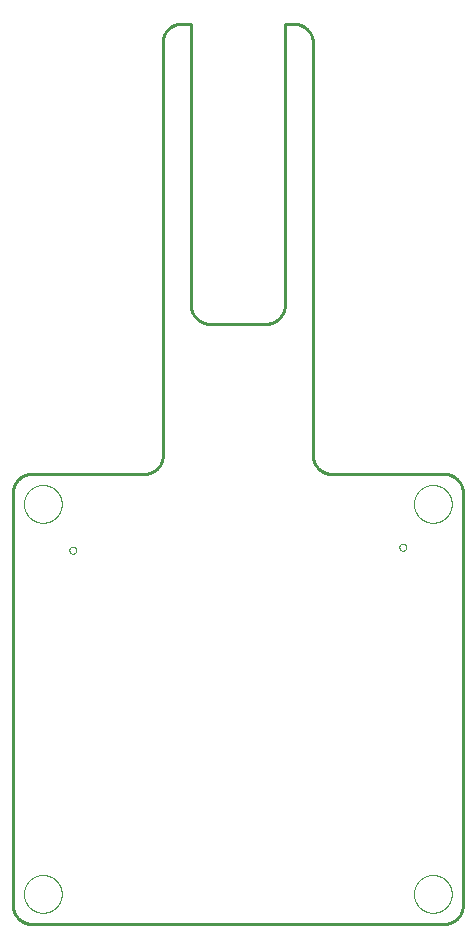
<source format=gko>
G75*
%MOIN*%
%OFA0B0*%
%FSLAX25Y25*%
%IPPOS*%
%LPD*%
%AMOC8*
5,1,8,0,0,1.08239X$1,22.5*
%
%ADD10C,0.01000*%
%ADD11C,0.00000*%
D10*
X0006250Y0000000D02*
X0143750Y0000000D01*
X0143906Y0000002D01*
X0144062Y0000008D01*
X0144217Y0000017D01*
X0144372Y0000031D01*
X0144527Y0000049D01*
X0144682Y0000070D01*
X0144835Y0000095D01*
X0144988Y0000124D01*
X0145141Y0000157D01*
X0145292Y0000193D01*
X0145443Y0000234D01*
X0145592Y0000278D01*
X0145741Y0000325D01*
X0145888Y0000377D01*
X0146033Y0000432D01*
X0146178Y0000491D01*
X0146321Y0000553D01*
X0146462Y0000619D01*
X0146601Y0000688D01*
X0146739Y0000761D01*
X0146875Y0000837D01*
X0147009Y0000917D01*
X0147141Y0001000D01*
X0147271Y0001086D01*
X0147398Y0001175D01*
X0147524Y0001268D01*
X0147647Y0001364D01*
X0147767Y0001462D01*
X0147886Y0001564D01*
X0148001Y0001668D01*
X0148114Y0001776D01*
X0148224Y0001886D01*
X0148332Y0001999D01*
X0148436Y0002114D01*
X0148538Y0002233D01*
X0148636Y0002353D01*
X0148732Y0002476D01*
X0148825Y0002602D01*
X0148914Y0002729D01*
X0149000Y0002859D01*
X0149083Y0002991D01*
X0149163Y0003125D01*
X0149239Y0003261D01*
X0149312Y0003399D01*
X0149381Y0003538D01*
X0149447Y0003679D01*
X0149509Y0003822D01*
X0149568Y0003967D01*
X0149623Y0004112D01*
X0149675Y0004259D01*
X0149722Y0004408D01*
X0149766Y0004557D01*
X0149807Y0004708D01*
X0149843Y0004859D01*
X0149876Y0005012D01*
X0149905Y0005165D01*
X0149930Y0005318D01*
X0149951Y0005473D01*
X0149969Y0005628D01*
X0149983Y0005783D01*
X0149992Y0005938D01*
X0149998Y0006094D01*
X0150000Y0006250D01*
X0150000Y0143750D01*
X0149998Y0143906D01*
X0149992Y0144062D01*
X0149983Y0144217D01*
X0149969Y0144372D01*
X0149951Y0144527D01*
X0149930Y0144682D01*
X0149905Y0144835D01*
X0149876Y0144988D01*
X0149843Y0145141D01*
X0149807Y0145292D01*
X0149766Y0145443D01*
X0149722Y0145592D01*
X0149675Y0145741D01*
X0149623Y0145888D01*
X0149568Y0146033D01*
X0149509Y0146178D01*
X0149447Y0146321D01*
X0149381Y0146462D01*
X0149312Y0146601D01*
X0149239Y0146739D01*
X0149163Y0146875D01*
X0149083Y0147009D01*
X0149000Y0147141D01*
X0148914Y0147271D01*
X0148825Y0147398D01*
X0148732Y0147524D01*
X0148636Y0147647D01*
X0148538Y0147767D01*
X0148436Y0147886D01*
X0148332Y0148001D01*
X0148224Y0148114D01*
X0148114Y0148224D01*
X0148001Y0148332D01*
X0147886Y0148436D01*
X0147767Y0148538D01*
X0147647Y0148636D01*
X0147524Y0148732D01*
X0147398Y0148825D01*
X0147271Y0148914D01*
X0147141Y0149000D01*
X0147009Y0149083D01*
X0146875Y0149163D01*
X0146739Y0149239D01*
X0146601Y0149312D01*
X0146462Y0149381D01*
X0146321Y0149447D01*
X0146178Y0149509D01*
X0146033Y0149568D01*
X0145888Y0149623D01*
X0145741Y0149675D01*
X0145592Y0149722D01*
X0145443Y0149766D01*
X0145292Y0149807D01*
X0145141Y0149843D01*
X0144988Y0149876D01*
X0144835Y0149905D01*
X0144682Y0149930D01*
X0144527Y0149951D01*
X0144372Y0149969D01*
X0144217Y0149983D01*
X0144062Y0149992D01*
X0143906Y0149998D01*
X0143750Y0150000D01*
X0106250Y0150000D01*
X0106094Y0150002D01*
X0105938Y0150008D01*
X0105783Y0150017D01*
X0105628Y0150031D01*
X0105473Y0150049D01*
X0105318Y0150070D01*
X0105165Y0150095D01*
X0105012Y0150124D01*
X0104859Y0150157D01*
X0104708Y0150193D01*
X0104557Y0150234D01*
X0104408Y0150278D01*
X0104259Y0150325D01*
X0104112Y0150377D01*
X0103967Y0150432D01*
X0103822Y0150491D01*
X0103679Y0150553D01*
X0103538Y0150619D01*
X0103399Y0150688D01*
X0103261Y0150761D01*
X0103125Y0150837D01*
X0102991Y0150917D01*
X0102859Y0151000D01*
X0102729Y0151086D01*
X0102602Y0151175D01*
X0102476Y0151268D01*
X0102353Y0151364D01*
X0102233Y0151462D01*
X0102114Y0151564D01*
X0101999Y0151668D01*
X0101886Y0151776D01*
X0101776Y0151886D01*
X0101668Y0151999D01*
X0101564Y0152114D01*
X0101462Y0152233D01*
X0101364Y0152353D01*
X0101268Y0152476D01*
X0101175Y0152602D01*
X0101086Y0152729D01*
X0101000Y0152859D01*
X0100917Y0152991D01*
X0100837Y0153125D01*
X0100761Y0153261D01*
X0100688Y0153399D01*
X0100619Y0153538D01*
X0100553Y0153679D01*
X0100491Y0153822D01*
X0100432Y0153967D01*
X0100377Y0154112D01*
X0100325Y0154259D01*
X0100278Y0154408D01*
X0100234Y0154557D01*
X0100193Y0154708D01*
X0100157Y0154859D01*
X0100124Y0155012D01*
X0100095Y0155165D01*
X0100070Y0155318D01*
X0100049Y0155473D01*
X0100031Y0155628D01*
X0100017Y0155783D01*
X0100008Y0155938D01*
X0100002Y0156094D01*
X0100000Y0156250D01*
X0100000Y0293750D01*
X0099998Y0293906D01*
X0099992Y0294062D01*
X0099983Y0294217D01*
X0099969Y0294372D01*
X0099951Y0294527D01*
X0099930Y0294682D01*
X0099905Y0294835D01*
X0099876Y0294988D01*
X0099843Y0295141D01*
X0099807Y0295292D01*
X0099766Y0295443D01*
X0099722Y0295592D01*
X0099675Y0295741D01*
X0099623Y0295888D01*
X0099568Y0296033D01*
X0099509Y0296178D01*
X0099447Y0296321D01*
X0099381Y0296462D01*
X0099312Y0296601D01*
X0099239Y0296739D01*
X0099163Y0296875D01*
X0099083Y0297009D01*
X0099000Y0297141D01*
X0098914Y0297271D01*
X0098825Y0297398D01*
X0098732Y0297524D01*
X0098636Y0297647D01*
X0098538Y0297767D01*
X0098436Y0297886D01*
X0098332Y0298001D01*
X0098224Y0298114D01*
X0098114Y0298224D01*
X0098001Y0298332D01*
X0097886Y0298436D01*
X0097767Y0298538D01*
X0097647Y0298636D01*
X0097524Y0298732D01*
X0097398Y0298825D01*
X0097271Y0298914D01*
X0097141Y0299000D01*
X0097009Y0299083D01*
X0096875Y0299163D01*
X0096739Y0299239D01*
X0096601Y0299312D01*
X0096462Y0299381D01*
X0096321Y0299447D01*
X0096178Y0299509D01*
X0096033Y0299568D01*
X0095888Y0299623D01*
X0095741Y0299675D01*
X0095592Y0299722D01*
X0095443Y0299766D01*
X0095292Y0299807D01*
X0095141Y0299843D01*
X0094988Y0299876D01*
X0094835Y0299905D01*
X0094682Y0299930D01*
X0094527Y0299951D01*
X0094372Y0299969D01*
X0094217Y0299983D01*
X0094062Y0299992D01*
X0093906Y0299998D01*
X0093750Y0300000D01*
X0090748Y0300000D01*
X0090748Y0206250D01*
X0090737Y0206090D01*
X0090723Y0205930D01*
X0090704Y0205771D01*
X0090681Y0205612D01*
X0090655Y0205454D01*
X0090625Y0205297D01*
X0090591Y0205140D01*
X0090553Y0204984D01*
X0090512Y0204829D01*
X0090466Y0204675D01*
X0090418Y0204523D01*
X0090365Y0204371D01*
X0090309Y0204221D01*
X0090249Y0204072D01*
X0090185Y0203925D01*
X0090118Y0203780D01*
X0090048Y0203636D01*
X0089974Y0203493D01*
X0089897Y0203353D01*
X0089816Y0203214D01*
X0089732Y0203078D01*
X0089644Y0202943D01*
X0089554Y0202811D01*
X0089460Y0202681D01*
X0089363Y0202553D01*
X0089263Y0202428D01*
X0089161Y0202305D01*
X0089055Y0202184D01*
X0088946Y0202066D01*
X0088834Y0201951D01*
X0088720Y0201839D01*
X0088603Y0201729D01*
X0088484Y0201622D01*
X0088361Y0201518D01*
X0088237Y0201417D01*
X0088110Y0201320D01*
X0087981Y0201225D01*
X0087849Y0201133D01*
X0087715Y0201045D01*
X0087579Y0200960D01*
X0087441Y0200878D01*
X0087302Y0200799D01*
X0087160Y0200724D01*
X0087016Y0200653D01*
X0086871Y0200585D01*
X0086725Y0200520D01*
X0086576Y0200459D01*
X0086427Y0200401D01*
X0086276Y0200348D01*
X0086123Y0200297D01*
X0085970Y0200251D01*
X0085815Y0200208D01*
X0085660Y0200169D01*
X0085503Y0200134D01*
X0085346Y0200103D01*
X0085188Y0200075D01*
X0085030Y0200051D01*
X0084871Y0200031D01*
X0084711Y0200015D01*
X0084551Y0200003D01*
X0084391Y0199994D01*
X0084231Y0199990D01*
X0084070Y0199989D01*
X0083910Y0199992D01*
X0083750Y0200000D01*
X0066250Y0200000D01*
X0066090Y0199992D01*
X0065930Y0199989D01*
X0065769Y0199990D01*
X0065609Y0199994D01*
X0065449Y0200003D01*
X0065289Y0200015D01*
X0065129Y0200031D01*
X0064970Y0200051D01*
X0064812Y0200075D01*
X0064654Y0200103D01*
X0064497Y0200134D01*
X0064340Y0200169D01*
X0064185Y0200208D01*
X0064030Y0200251D01*
X0063877Y0200297D01*
X0063724Y0200348D01*
X0063573Y0200401D01*
X0063424Y0200459D01*
X0063275Y0200520D01*
X0063129Y0200585D01*
X0062984Y0200653D01*
X0062840Y0200724D01*
X0062698Y0200799D01*
X0062559Y0200878D01*
X0062421Y0200960D01*
X0062285Y0201045D01*
X0062151Y0201133D01*
X0062019Y0201225D01*
X0061890Y0201320D01*
X0061763Y0201417D01*
X0061639Y0201518D01*
X0061516Y0201622D01*
X0061397Y0201729D01*
X0061280Y0201839D01*
X0061166Y0201951D01*
X0061054Y0202066D01*
X0060945Y0202184D01*
X0060839Y0202305D01*
X0060737Y0202428D01*
X0060637Y0202553D01*
X0060540Y0202681D01*
X0060446Y0202811D01*
X0060356Y0202943D01*
X0060268Y0203078D01*
X0060184Y0203214D01*
X0060103Y0203353D01*
X0060026Y0203493D01*
X0059952Y0203636D01*
X0059882Y0203780D01*
X0059815Y0203925D01*
X0059751Y0204072D01*
X0059691Y0204221D01*
X0059635Y0204371D01*
X0059582Y0204523D01*
X0059534Y0204675D01*
X0059488Y0204829D01*
X0059447Y0204984D01*
X0059409Y0205140D01*
X0059375Y0205297D01*
X0059345Y0205454D01*
X0059319Y0205612D01*
X0059296Y0205771D01*
X0059277Y0205930D01*
X0059263Y0206090D01*
X0059252Y0206250D01*
X0059252Y0300000D01*
X0056000Y0300000D01*
X0055848Y0299998D01*
X0055696Y0299992D01*
X0055544Y0299983D01*
X0055393Y0299969D01*
X0055242Y0299952D01*
X0055091Y0299931D01*
X0054941Y0299906D01*
X0054792Y0299877D01*
X0054644Y0299845D01*
X0054496Y0299808D01*
X0054349Y0299769D01*
X0054204Y0299725D01*
X0054059Y0299677D01*
X0053916Y0299627D01*
X0053774Y0299572D01*
X0053634Y0299514D01*
X0053495Y0299452D01*
X0053358Y0299387D01*
X0053222Y0299318D01*
X0053088Y0299246D01*
X0052956Y0299171D01*
X0052826Y0299092D01*
X0052698Y0299010D01*
X0052572Y0298925D01*
X0052449Y0298836D01*
X0052327Y0298745D01*
X0052208Y0298650D01*
X0052092Y0298553D01*
X0051978Y0298452D01*
X0051866Y0298349D01*
X0051757Y0298243D01*
X0051651Y0298134D01*
X0051548Y0298022D01*
X0051447Y0297908D01*
X0051350Y0297792D01*
X0051255Y0297673D01*
X0051164Y0297551D01*
X0051075Y0297428D01*
X0050990Y0297302D01*
X0050908Y0297174D01*
X0050829Y0297044D01*
X0050754Y0296912D01*
X0050682Y0296778D01*
X0050613Y0296642D01*
X0050548Y0296505D01*
X0050486Y0296366D01*
X0050428Y0296226D01*
X0050373Y0296084D01*
X0050323Y0295941D01*
X0050275Y0295796D01*
X0050231Y0295651D01*
X0050192Y0295504D01*
X0050155Y0295356D01*
X0050123Y0295208D01*
X0050094Y0295059D01*
X0050069Y0294909D01*
X0050048Y0294758D01*
X0050031Y0294607D01*
X0050017Y0294456D01*
X0050008Y0294304D01*
X0050002Y0294152D01*
X0050000Y0294000D01*
X0050000Y0156250D01*
X0049998Y0156094D01*
X0049992Y0155938D01*
X0049983Y0155783D01*
X0049969Y0155628D01*
X0049951Y0155473D01*
X0049930Y0155318D01*
X0049905Y0155165D01*
X0049876Y0155012D01*
X0049843Y0154859D01*
X0049807Y0154708D01*
X0049766Y0154557D01*
X0049722Y0154408D01*
X0049675Y0154259D01*
X0049623Y0154112D01*
X0049568Y0153967D01*
X0049509Y0153822D01*
X0049447Y0153679D01*
X0049381Y0153538D01*
X0049312Y0153399D01*
X0049239Y0153261D01*
X0049163Y0153125D01*
X0049083Y0152991D01*
X0049000Y0152859D01*
X0048914Y0152729D01*
X0048825Y0152602D01*
X0048732Y0152476D01*
X0048636Y0152353D01*
X0048538Y0152233D01*
X0048436Y0152114D01*
X0048332Y0151999D01*
X0048224Y0151886D01*
X0048114Y0151776D01*
X0048001Y0151668D01*
X0047886Y0151564D01*
X0047767Y0151462D01*
X0047647Y0151364D01*
X0047524Y0151268D01*
X0047398Y0151175D01*
X0047271Y0151086D01*
X0047141Y0151000D01*
X0047009Y0150917D01*
X0046875Y0150837D01*
X0046739Y0150761D01*
X0046601Y0150688D01*
X0046462Y0150619D01*
X0046321Y0150553D01*
X0046178Y0150491D01*
X0046033Y0150432D01*
X0045888Y0150377D01*
X0045741Y0150325D01*
X0045592Y0150278D01*
X0045443Y0150234D01*
X0045292Y0150193D01*
X0045141Y0150157D01*
X0044988Y0150124D01*
X0044835Y0150095D01*
X0044682Y0150070D01*
X0044527Y0150049D01*
X0044372Y0150031D01*
X0044217Y0150017D01*
X0044062Y0150008D01*
X0043906Y0150002D01*
X0043750Y0150000D01*
X0006250Y0150000D01*
X0006094Y0149998D01*
X0005938Y0149992D01*
X0005783Y0149983D01*
X0005628Y0149969D01*
X0005473Y0149951D01*
X0005318Y0149930D01*
X0005165Y0149905D01*
X0005012Y0149876D01*
X0004859Y0149843D01*
X0004708Y0149807D01*
X0004557Y0149766D01*
X0004408Y0149722D01*
X0004259Y0149675D01*
X0004112Y0149623D01*
X0003967Y0149568D01*
X0003822Y0149509D01*
X0003679Y0149447D01*
X0003538Y0149381D01*
X0003399Y0149312D01*
X0003261Y0149239D01*
X0003125Y0149163D01*
X0002991Y0149083D01*
X0002859Y0149000D01*
X0002729Y0148914D01*
X0002602Y0148825D01*
X0002476Y0148732D01*
X0002353Y0148636D01*
X0002233Y0148538D01*
X0002114Y0148436D01*
X0001999Y0148332D01*
X0001886Y0148224D01*
X0001776Y0148114D01*
X0001668Y0148001D01*
X0001564Y0147886D01*
X0001462Y0147767D01*
X0001364Y0147647D01*
X0001268Y0147524D01*
X0001175Y0147398D01*
X0001086Y0147271D01*
X0001000Y0147141D01*
X0000917Y0147009D01*
X0000837Y0146875D01*
X0000761Y0146739D01*
X0000688Y0146601D01*
X0000619Y0146462D01*
X0000553Y0146321D01*
X0000491Y0146178D01*
X0000432Y0146033D01*
X0000377Y0145888D01*
X0000325Y0145741D01*
X0000278Y0145592D01*
X0000234Y0145443D01*
X0000193Y0145292D01*
X0000157Y0145141D01*
X0000124Y0144988D01*
X0000095Y0144835D01*
X0000070Y0144682D01*
X0000049Y0144527D01*
X0000031Y0144372D01*
X0000017Y0144217D01*
X0000008Y0144062D01*
X0000002Y0143906D01*
X0000000Y0143750D01*
X0000000Y0006250D01*
X0000002Y0006094D01*
X0000008Y0005938D01*
X0000017Y0005783D01*
X0000031Y0005628D01*
X0000049Y0005473D01*
X0000070Y0005318D01*
X0000095Y0005165D01*
X0000124Y0005012D01*
X0000157Y0004859D01*
X0000193Y0004708D01*
X0000234Y0004557D01*
X0000278Y0004408D01*
X0000325Y0004259D01*
X0000377Y0004112D01*
X0000432Y0003967D01*
X0000491Y0003822D01*
X0000553Y0003679D01*
X0000619Y0003538D01*
X0000688Y0003399D01*
X0000761Y0003261D01*
X0000837Y0003125D01*
X0000917Y0002991D01*
X0001000Y0002859D01*
X0001086Y0002729D01*
X0001175Y0002602D01*
X0001268Y0002476D01*
X0001364Y0002353D01*
X0001462Y0002233D01*
X0001564Y0002114D01*
X0001668Y0001999D01*
X0001776Y0001886D01*
X0001886Y0001776D01*
X0001999Y0001668D01*
X0002114Y0001564D01*
X0002233Y0001462D01*
X0002353Y0001364D01*
X0002476Y0001268D01*
X0002602Y0001175D01*
X0002729Y0001086D01*
X0002859Y0001000D01*
X0002991Y0000917D01*
X0003125Y0000837D01*
X0003261Y0000761D01*
X0003399Y0000688D01*
X0003538Y0000619D01*
X0003679Y0000553D01*
X0003822Y0000491D01*
X0003967Y0000432D01*
X0004112Y0000377D01*
X0004259Y0000325D01*
X0004408Y0000278D01*
X0004557Y0000234D01*
X0004708Y0000193D01*
X0004859Y0000157D01*
X0005012Y0000124D01*
X0005165Y0000095D01*
X0005318Y0000070D01*
X0005473Y0000049D01*
X0005628Y0000031D01*
X0005783Y0000017D01*
X0005938Y0000008D01*
X0006094Y0000002D01*
X0006250Y0000000D01*
D11*
X0003701Y0010000D02*
X0003703Y0010158D01*
X0003709Y0010316D01*
X0003719Y0010474D01*
X0003733Y0010632D01*
X0003751Y0010789D01*
X0003772Y0010946D01*
X0003798Y0011102D01*
X0003828Y0011258D01*
X0003861Y0011413D01*
X0003899Y0011566D01*
X0003940Y0011719D01*
X0003985Y0011871D01*
X0004034Y0012022D01*
X0004087Y0012171D01*
X0004143Y0012319D01*
X0004203Y0012465D01*
X0004267Y0012610D01*
X0004335Y0012753D01*
X0004406Y0012895D01*
X0004480Y0013035D01*
X0004558Y0013172D01*
X0004640Y0013308D01*
X0004724Y0013442D01*
X0004813Y0013573D01*
X0004904Y0013702D01*
X0004999Y0013829D01*
X0005096Y0013954D01*
X0005197Y0014076D01*
X0005301Y0014195D01*
X0005408Y0014312D01*
X0005518Y0014426D01*
X0005631Y0014537D01*
X0005746Y0014646D01*
X0005864Y0014751D01*
X0005985Y0014853D01*
X0006108Y0014953D01*
X0006234Y0015049D01*
X0006362Y0015142D01*
X0006492Y0015232D01*
X0006625Y0015318D01*
X0006760Y0015402D01*
X0006896Y0015481D01*
X0007035Y0015558D01*
X0007176Y0015630D01*
X0007318Y0015700D01*
X0007462Y0015765D01*
X0007608Y0015827D01*
X0007755Y0015885D01*
X0007904Y0015940D01*
X0008054Y0015991D01*
X0008205Y0016038D01*
X0008357Y0016081D01*
X0008510Y0016120D01*
X0008665Y0016156D01*
X0008820Y0016187D01*
X0008976Y0016215D01*
X0009132Y0016239D01*
X0009289Y0016259D01*
X0009447Y0016275D01*
X0009604Y0016287D01*
X0009763Y0016295D01*
X0009921Y0016299D01*
X0010079Y0016299D01*
X0010237Y0016295D01*
X0010396Y0016287D01*
X0010553Y0016275D01*
X0010711Y0016259D01*
X0010868Y0016239D01*
X0011024Y0016215D01*
X0011180Y0016187D01*
X0011335Y0016156D01*
X0011490Y0016120D01*
X0011643Y0016081D01*
X0011795Y0016038D01*
X0011946Y0015991D01*
X0012096Y0015940D01*
X0012245Y0015885D01*
X0012392Y0015827D01*
X0012538Y0015765D01*
X0012682Y0015700D01*
X0012824Y0015630D01*
X0012965Y0015558D01*
X0013104Y0015481D01*
X0013240Y0015402D01*
X0013375Y0015318D01*
X0013508Y0015232D01*
X0013638Y0015142D01*
X0013766Y0015049D01*
X0013892Y0014953D01*
X0014015Y0014853D01*
X0014136Y0014751D01*
X0014254Y0014646D01*
X0014369Y0014537D01*
X0014482Y0014426D01*
X0014592Y0014312D01*
X0014699Y0014195D01*
X0014803Y0014076D01*
X0014904Y0013954D01*
X0015001Y0013829D01*
X0015096Y0013702D01*
X0015187Y0013573D01*
X0015276Y0013442D01*
X0015360Y0013308D01*
X0015442Y0013172D01*
X0015520Y0013035D01*
X0015594Y0012895D01*
X0015665Y0012753D01*
X0015733Y0012610D01*
X0015797Y0012465D01*
X0015857Y0012319D01*
X0015913Y0012171D01*
X0015966Y0012022D01*
X0016015Y0011871D01*
X0016060Y0011719D01*
X0016101Y0011566D01*
X0016139Y0011413D01*
X0016172Y0011258D01*
X0016202Y0011102D01*
X0016228Y0010946D01*
X0016249Y0010789D01*
X0016267Y0010632D01*
X0016281Y0010474D01*
X0016291Y0010316D01*
X0016297Y0010158D01*
X0016299Y0010000D01*
X0016297Y0009842D01*
X0016291Y0009684D01*
X0016281Y0009526D01*
X0016267Y0009368D01*
X0016249Y0009211D01*
X0016228Y0009054D01*
X0016202Y0008898D01*
X0016172Y0008742D01*
X0016139Y0008587D01*
X0016101Y0008434D01*
X0016060Y0008281D01*
X0016015Y0008129D01*
X0015966Y0007978D01*
X0015913Y0007829D01*
X0015857Y0007681D01*
X0015797Y0007535D01*
X0015733Y0007390D01*
X0015665Y0007247D01*
X0015594Y0007105D01*
X0015520Y0006965D01*
X0015442Y0006828D01*
X0015360Y0006692D01*
X0015276Y0006558D01*
X0015187Y0006427D01*
X0015096Y0006298D01*
X0015001Y0006171D01*
X0014904Y0006046D01*
X0014803Y0005924D01*
X0014699Y0005805D01*
X0014592Y0005688D01*
X0014482Y0005574D01*
X0014369Y0005463D01*
X0014254Y0005354D01*
X0014136Y0005249D01*
X0014015Y0005147D01*
X0013892Y0005047D01*
X0013766Y0004951D01*
X0013638Y0004858D01*
X0013508Y0004768D01*
X0013375Y0004682D01*
X0013240Y0004598D01*
X0013104Y0004519D01*
X0012965Y0004442D01*
X0012824Y0004370D01*
X0012682Y0004300D01*
X0012538Y0004235D01*
X0012392Y0004173D01*
X0012245Y0004115D01*
X0012096Y0004060D01*
X0011946Y0004009D01*
X0011795Y0003962D01*
X0011643Y0003919D01*
X0011490Y0003880D01*
X0011335Y0003844D01*
X0011180Y0003813D01*
X0011024Y0003785D01*
X0010868Y0003761D01*
X0010711Y0003741D01*
X0010553Y0003725D01*
X0010396Y0003713D01*
X0010237Y0003705D01*
X0010079Y0003701D01*
X0009921Y0003701D01*
X0009763Y0003705D01*
X0009604Y0003713D01*
X0009447Y0003725D01*
X0009289Y0003741D01*
X0009132Y0003761D01*
X0008976Y0003785D01*
X0008820Y0003813D01*
X0008665Y0003844D01*
X0008510Y0003880D01*
X0008357Y0003919D01*
X0008205Y0003962D01*
X0008054Y0004009D01*
X0007904Y0004060D01*
X0007755Y0004115D01*
X0007608Y0004173D01*
X0007462Y0004235D01*
X0007318Y0004300D01*
X0007176Y0004370D01*
X0007035Y0004442D01*
X0006896Y0004519D01*
X0006760Y0004598D01*
X0006625Y0004682D01*
X0006492Y0004768D01*
X0006362Y0004858D01*
X0006234Y0004951D01*
X0006108Y0005047D01*
X0005985Y0005147D01*
X0005864Y0005249D01*
X0005746Y0005354D01*
X0005631Y0005463D01*
X0005518Y0005574D01*
X0005408Y0005688D01*
X0005301Y0005805D01*
X0005197Y0005924D01*
X0005096Y0006046D01*
X0004999Y0006171D01*
X0004904Y0006298D01*
X0004813Y0006427D01*
X0004724Y0006558D01*
X0004640Y0006692D01*
X0004558Y0006828D01*
X0004480Y0006965D01*
X0004406Y0007105D01*
X0004335Y0007247D01*
X0004267Y0007390D01*
X0004203Y0007535D01*
X0004143Y0007681D01*
X0004087Y0007829D01*
X0004034Y0007978D01*
X0003985Y0008129D01*
X0003940Y0008281D01*
X0003899Y0008434D01*
X0003861Y0008587D01*
X0003828Y0008742D01*
X0003798Y0008898D01*
X0003772Y0009054D01*
X0003751Y0009211D01*
X0003733Y0009368D01*
X0003719Y0009526D01*
X0003709Y0009684D01*
X0003703Y0009842D01*
X0003701Y0010000D01*
X0133701Y0010000D02*
X0133703Y0010158D01*
X0133709Y0010316D01*
X0133719Y0010474D01*
X0133733Y0010632D01*
X0133751Y0010789D01*
X0133772Y0010946D01*
X0133798Y0011102D01*
X0133828Y0011258D01*
X0133861Y0011413D01*
X0133899Y0011566D01*
X0133940Y0011719D01*
X0133985Y0011871D01*
X0134034Y0012022D01*
X0134087Y0012171D01*
X0134143Y0012319D01*
X0134203Y0012465D01*
X0134267Y0012610D01*
X0134335Y0012753D01*
X0134406Y0012895D01*
X0134480Y0013035D01*
X0134558Y0013172D01*
X0134640Y0013308D01*
X0134724Y0013442D01*
X0134813Y0013573D01*
X0134904Y0013702D01*
X0134999Y0013829D01*
X0135096Y0013954D01*
X0135197Y0014076D01*
X0135301Y0014195D01*
X0135408Y0014312D01*
X0135518Y0014426D01*
X0135631Y0014537D01*
X0135746Y0014646D01*
X0135864Y0014751D01*
X0135985Y0014853D01*
X0136108Y0014953D01*
X0136234Y0015049D01*
X0136362Y0015142D01*
X0136492Y0015232D01*
X0136625Y0015318D01*
X0136760Y0015402D01*
X0136896Y0015481D01*
X0137035Y0015558D01*
X0137176Y0015630D01*
X0137318Y0015700D01*
X0137462Y0015765D01*
X0137608Y0015827D01*
X0137755Y0015885D01*
X0137904Y0015940D01*
X0138054Y0015991D01*
X0138205Y0016038D01*
X0138357Y0016081D01*
X0138510Y0016120D01*
X0138665Y0016156D01*
X0138820Y0016187D01*
X0138976Y0016215D01*
X0139132Y0016239D01*
X0139289Y0016259D01*
X0139447Y0016275D01*
X0139604Y0016287D01*
X0139763Y0016295D01*
X0139921Y0016299D01*
X0140079Y0016299D01*
X0140237Y0016295D01*
X0140396Y0016287D01*
X0140553Y0016275D01*
X0140711Y0016259D01*
X0140868Y0016239D01*
X0141024Y0016215D01*
X0141180Y0016187D01*
X0141335Y0016156D01*
X0141490Y0016120D01*
X0141643Y0016081D01*
X0141795Y0016038D01*
X0141946Y0015991D01*
X0142096Y0015940D01*
X0142245Y0015885D01*
X0142392Y0015827D01*
X0142538Y0015765D01*
X0142682Y0015700D01*
X0142824Y0015630D01*
X0142965Y0015558D01*
X0143104Y0015481D01*
X0143240Y0015402D01*
X0143375Y0015318D01*
X0143508Y0015232D01*
X0143638Y0015142D01*
X0143766Y0015049D01*
X0143892Y0014953D01*
X0144015Y0014853D01*
X0144136Y0014751D01*
X0144254Y0014646D01*
X0144369Y0014537D01*
X0144482Y0014426D01*
X0144592Y0014312D01*
X0144699Y0014195D01*
X0144803Y0014076D01*
X0144904Y0013954D01*
X0145001Y0013829D01*
X0145096Y0013702D01*
X0145187Y0013573D01*
X0145276Y0013442D01*
X0145360Y0013308D01*
X0145442Y0013172D01*
X0145520Y0013035D01*
X0145594Y0012895D01*
X0145665Y0012753D01*
X0145733Y0012610D01*
X0145797Y0012465D01*
X0145857Y0012319D01*
X0145913Y0012171D01*
X0145966Y0012022D01*
X0146015Y0011871D01*
X0146060Y0011719D01*
X0146101Y0011566D01*
X0146139Y0011413D01*
X0146172Y0011258D01*
X0146202Y0011102D01*
X0146228Y0010946D01*
X0146249Y0010789D01*
X0146267Y0010632D01*
X0146281Y0010474D01*
X0146291Y0010316D01*
X0146297Y0010158D01*
X0146299Y0010000D01*
X0146297Y0009842D01*
X0146291Y0009684D01*
X0146281Y0009526D01*
X0146267Y0009368D01*
X0146249Y0009211D01*
X0146228Y0009054D01*
X0146202Y0008898D01*
X0146172Y0008742D01*
X0146139Y0008587D01*
X0146101Y0008434D01*
X0146060Y0008281D01*
X0146015Y0008129D01*
X0145966Y0007978D01*
X0145913Y0007829D01*
X0145857Y0007681D01*
X0145797Y0007535D01*
X0145733Y0007390D01*
X0145665Y0007247D01*
X0145594Y0007105D01*
X0145520Y0006965D01*
X0145442Y0006828D01*
X0145360Y0006692D01*
X0145276Y0006558D01*
X0145187Y0006427D01*
X0145096Y0006298D01*
X0145001Y0006171D01*
X0144904Y0006046D01*
X0144803Y0005924D01*
X0144699Y0005805D01*
X0144592Y0005688D01*
X0144482Y0005574D01*
X0144369Y0005463D01*
X0144254Y0005354D01*
X0144136Y0005249D01*
X0144015Y0005147D01*
X0143892Y0005047D01*
X0143766Y0004951D01*
X0143638Y0004858D01*
X0143508Y0004768D01*
X0143375Y0004682D01*
X0143240Y0004598D01*
X0143104Y0004519D01*
X0142965Y0004442D01*
X0142824Y0004370D01*
X0142682Y0004300D01*
X0142538Y0004235D01*
X0142392Y0004173D01*
X0142245Y0004115D01*
X0142096Y0004060D01*
X0141946Y0004009D01*
X0141795Y0003962D01*
X0141643Y0003919D01*
X0141490Y0003880D01*
X0141335Y0003844D01*
X0141180Y0003813D01*
X0141024Y0003785D01*
X0140868Y0003761D01*
X0140711Y0003741D01*
X0140553Y0003725D01*
X0140396Y0003713D01*
X0140237Y0003705D01*
X0140079Y0003701D01*
X0139921Y0003701D01*
X0139763Y0003705D01*
X0139604Y0003713D01*
X0139447Y0003725D01*
X0139289Y0003741D01*
X0139132Y0003761D01*
X0138976Y0003785D01*
X0138820Y0003813D01*
X0138665Y0003844D01*
X0138510Y0003880D01*
X0138357Y0003919D01*
X0138205Y0003962D01*
X0138054Y0004009D01*
X0137904Y0004060D01*
X0137755Y0004115D01*
X0137608Y0004173D01*
X0137462Y0004235D01*
X0137318Y0004300D01*
X0137176Y0004370D01*
X0137035Y0004442D01*
X0136896Y0004519D01*
X0136760Y0004598D01*
X0136625Y0004682D01*
X0136492Y0004768D01*
X0136362Y0004858D01*
X0136234Y0004951D01*
X0136108Y0005047D01*
X0135985Y0005147D01*
X0135864Y0005249D01*
X0135746Y0005354D01*
X0135631Y0005463D01*
X0135518Y0005574D01*
X0135408Y0005688D01*
X0135301Y0005805D01*
X0135197Y0005924D01*
X0135096Y0006046D01*
X0134999Y0006171D01*
X0134904Y0006298D01*
X0134813Y0006427D01*
X0134724Y0006558D01*
X0134640Y0006692D01*
X0134558Y0006828D01*
X0134480Y0006965D01*
X0134406Y0007105D01*
X0134335Y0007247D01*
X0134267Y0007390D01*
X0134203Y0007535D01*
X0134143Y0007681D01*
X0134087Y0007829D01*
X0134034Y0007978D01*
X0133985Y0008129D01*
X0133940Y0008281D01*
X0133899Y0008434D01*
X0133861Y0008587D01*
X0133828Y0008742D01*
X0133798Y0008898D01*
X0133772Y0009054D01*
X0133751Y0009211D01*
X0133733Y0009368D01*
X0133719Y0009526D01*
X0133709Y0009684D01*
X0133703Y0009842D01*
X0133701Y0010000D01*
X0133701Y0140000D02*
X0133703Y0140158D01*
X0133709Y0140316D01*
X0133719Y0140474D01*
X0133733Y0140632D01*
X0133751Y0140789D01*
X0133772Y0140946D01*
X0133798Y0141102D01*
X0133828Y0141258D01*
X0133861Y0141413D01*
X0133899Y0141566D01*
X0133940Y0141719D01*
X0133985Y0141871D01*
X0134034Y0142022D01*
X0134087Y0142171D01*
X0134143Y0142319D01*
X0134203Y0142465D01*
X0134267Y0142610D01*
X0134335Y0142753D01*
X0134406Y0142895D01*
X0134480Y0143035D01*
X0134558Y0143172D01*
X0134640Y0143308D01*
X0134724Y0143442D01*
X0134813Y0143573D01*
X0134904Y0143702D01*
X0134999Y0143829D01*
X0135096Y0143954D01*
X0135197Y0144076D01*
X0135301Y0144195D01*
X0135408Y0144312D01*
X0135518Y0144426D01*
X0135631Y0144537D01*
X0135746Y0144646D01*
X0135864Y0144751D01*
X0135985Y0144853D01*
X0136108Y0144953D01*
X0136234Y0145049D01*
X0136362Y0145142D01*
X0136492Y0145232D01*
X0136625Y0145318D01*
X0136760Y0145402D01*
X0136896Y0145481D01*
X0137035Y0145558D01*
X0137176Y0145630D01*
X0137318Y0145700D01*
X0137462Y0145765D01*
X0137608Y0145827D01*
X0137755Y0145885D01*
X0137904Y0145940D01*
X0138054Y0145991D01*
X0138205Y0146038D01*
X0138357Y0146081D01*
X0138510Y0146120D01*
X0138665Y0146156D01*
X0138820Y0146187D01*
X0138976Y0146215D01*
X0139132Y0146239D01*
X0139289Y0146259D01*
X0139447Y0146275D01*
X0139604Y0146287D01*
X0139763Y0146295D01*
X0139921Y0146299D01*
X0140079Y0146299D01*
X0140237Y0146295D01*
X0140396Y0146287D01*
X0140553Y0146275D01*
X0140711Y0146259D01*
X0140868Y0146239D01*
X0141024Y0146215D01*
X0141180Y0146187D01*
X0141335Y0146156D01*
X0141490Y0146120D01*
X0141643Y0146081D01*
X0141795Y0146038D01*
X0141946Y0145991D01*
X0142096Y0145940D01*
X0142245Y0145885D01*
X0142392Y0145827D01*
X0142538Y0145765D01*
X0142682Y0145700D01*
X0142824Y0145630D01*
X0142965Y0145558D01*
X0143104Y0145481D01*
X0143240Y0145402D01*
X0143375Y0145318D01*
X0143508Y0145232D01*
X0143638Y0145142D01*
X0143766Y0145049D01*
X0143892Y0144953D01*
X0144015Y0144853D01*
X0144136Y0144751D01*
X0144254Y0144646D01*
X0144369Y0144537D01*
X0144482Y0144426D01*
X0144592Y0144312D01*
X0144699Y0144195D01*
X0144803Y0144076D01*
X0144904Y0143954D01*
X0145001Y0143829D01*
X0145096Y0143702D01*
X0145187Y0143573D01*
X0145276Y0143442D01*
X0145360Y0143308D01*
X0145442Y0143172D01*
X0145520Y0143035D01*
X0145594Y0142895D01*
X0145665Y0142753D01*
X0145733Y0142610D01*
X0145797Y0142465D01*
X0145857Y0142319D01*
X0145913Y0142171D01*
X0145966Y0142022D01*
X0146015Y0141871D01*
X0146060Y0141719D01*
X0146101Y0141566D01*
X0146139Y0141413D01*
X0146172Y0141258D01*
X0146202Y0141102D01*
X0146228Y0140946D01*
X0146249Y0140789D01*
X0146267Y0140632D01*
X0146281Y0140474D01*
X0146291Y0140316D01*
X0146297Y0140158D01*
X0146299Y0140000D01*
X0146297Y0139842D01*
X0146291Y0139684D01*
X0146281Y0139526D01*
X0146267Y0139368D01*
X0146249Y0139211D01*
X0146228Y0139054D01*
X0146202Y0138898D01*
X0146172Y0138742D01*
X0146139Y0138587D01*
X0146101Y0138434D01*
X0146060Y0138281D01*
X0146015Y0138129D01*
X0145966Y0137978D01*
X0145913Y0137829D01*
X0145857Y0137681D01*
X0145797Y0137535D01*
X0145733Y0137390D01*
X0145665Y0137247D01*
X0145594Y0137105D01*
X0145520Y0136965D01*
X0145442Y0136828D01*
X0145360Y0136692D01*
X0145276Y0136558D01*
X0145187Y0136427D01*
X0145096Y0136298D01*
X0145001Y0136171D01*
X0144904Y0136046D01*
X0144803Y0135924D01*
X0144699Y0135805D01*
X0144592Y0135688D01*
X0144482Y0135574D01*
X0144369Y0135463D01*
X0144254Y0135354D01*
X0144136Y0135249D01*
X0144015Y0135147D01*
X0143892Y0135047D01*
X0143766Y0134951D01*
X0143638Y0134858D01*
X0143508Y0134768D01*
X0143375Y0134682D01*
X0143240Y0134598D01*
X0143104Y0134519D01*
X0142965Y0134442D01*
X0142824Y0134370D01*
X0142682Y0134300D01*
X0142538Y0134235D01*
X0142392Y0134173D01*
X0142245Y0134115D01*
X0142096Y0134060D01*
X0141946Y0134009D01*
X0141795Y0133962D01*
X0141643Y0133919D01*
X0141490Y0133880D01*
X0141335Y0133844D01*
X0141180Y0133813D01*
X0141024Y0133785D01*
X0140868Y0133761D01*
X0140711Y0133741D01*
X0140553Y0133725D01*
X0140396Y0133713D01*
X0140237Y0133705D01*
X0140079Y0133701D01*
X0139921Y0133701D01*
X0139763Y0133705D01*
X0139604Y0133713D01*
X0139447Y0133725D01*
X0139289Y0133741D01*
X0139132Y0133761D01*
X0138976Y0133785D01*
X0138820Y0133813D01*
X0138665Y0133844D01*
X0138510Y0133880D01*
X0138357Y0133919D01*
X0138205Y0133962D01*
X0138054Y0134009D01*
X0137904Y0134060D01*
X0137755Y0134115D01*
X0137608Y0134173D01*
X0137462Y0134235D01*
X0137318Y0134300D01*
X0137176Y0134370D01*
X0137035Y0134442D01*
X0136896Y0134519D01*
X0136760Y0134598D01*
X0136625Y0134682D01*
X0136492Y0134768D01*
X0136362Y0134858D01*
X0136234Y0134951D01*
X0136108Y0135047D01*
X0135985Y0135147D01*
X0135864Y0135249D01*
X0135746Y0135354D01*
X0135631Y0135463D01*
X0135518Y0135574D01*
X0135408Y0135688D01*
X0135301Y0135805D01*
X0135197Y0135924D01*
X0135096Y0136046D01*
X0134999Y0136171D01*
X0134904Y0136298D01*
X0134813Y0136427D01*
X0134724Y0136558D01*
X0134640Y0136692D01*
X0134558Y0136828D01*
X0134480Y0136965D01*
X0134406Y0137105D01*
X0134335Y0137247D01*
X0134267Y0137390D01*
X0134203Y0137535D01*
X0134143Y0137681D01*
X0134087Y0137829D01*
X0134034Y0137978D01*
X0133985Y0138129D01*
X0133940Y0138281D01*
X0133899Y0138434D01*
X0133861Y0138587D01*
X0133828Y0138742D01*
X0133798Y0138898D01*
X0133772Y0139054D01*
X0133751Y0139211D01*
X0133733Y0139368D01*
X0133719Y0139526D01*
X0133709Y0139684D01*
X0133703Y0139842D01*
X0133701Y0140000D01*
X0003701Y0140000D02*
X0003703Y0140158D01*
X0003709Y0140316D01*
X0003719Y0140474D01*
X0003733Y0140632D01*
X0003751Y0140789D01*
X0003772Y0140946D01*
X0003798Y0141102D01*
X0003828Y0141258D01*
X0003861Y0141413D01*
X0003899Y0141566D01*
X0003940Y0141719D01*
X0003985Y0141871D01*
X0004034Y0142022D01*
X0004087Y0142171D01*
X0004143Y0142319D01*
X0004203Y0142465D01*
X0004267Y0142610D01*
X0004335Y0142753D01*
X0004406Y0142895D01*
X0004480Y0143035D01*
X0004558Y0143172D01*
X0004640Y0143308D01*
X0004724Y0143442D01*
X0004813Y0143573D01*
X0004904Y0143702D01*
X0004999Y0143829D01*
X0005096Y0143954D01*
X0005197Y0144076D01*
X0005301Y0144195D01*
X0005408Y0144312D01*
X0005518Y0144426D01*
X0005631Y0144537D01*
X0005746Y0144646D01*
X0005864Y0144751D01*
X0005985Y0144853D01*
X0006108Y0144953D01*
X0006234Y0145049D01*
X0006362Y0145142D01*
X0006492Y0145232D01*
X0006625Y0145318D01*
X0006760Y0145402D01*
X0006896Y0145481D01*
X0007035Y0145558D01*
X0007176Y0145630D01*
X0007318Y0145700D01*
X0007462Y0145765D01*
X0007608Y0145827D01*
X0007755Y0145885D01*
X0007904Y0145940D01*
X0008054Y0145991D01*
X0008205Y0146038D01*
X0008357Y0146081D01*
X0008510Y0146120D01*
X0008665Y0146156D01*
X0008820Y0146187D01*
X0008976Y0146215D01*
X0009132Y0146239D01*
X0009289Y0146259D01*
X0009447Y0146275D01*
X0009604Y0146287D01*
X0009763Y0146295D01*
X0009921Y0146299D01*
X0010079Y0146299D01*
X0010237Y0146295D01*
X0010396Y0146287D01*
X0010553Y0146275D01*
X0010711Y0146259D01*
X0010868Y0146239D01*
X0011024Y0146215D01*
X0011180Y0146187D01*
X0011335Y0146156D01*
X0011490Y0146120D01*
X0011643Y0146081D01*
X0011795Y0146038D01*
X0011946Y0145991D01*
X0012096Y0145940D01*
X0012245Y0145885D01*
X0012392Y0145827D01*
X0012538Y0145765D01*
X0012682Y0145700D01*
X0012824Y0145630D01*
X0012965Y0145558D01*
X0013104Y0145481D01*
X0013240Y0145402D01*
X0013375Y0145318D01*
X0013508Y0145232D01*
X0013638Y0145142D01*
X0013766Y0145049D01*
X0013892Y0144953D01*
X0014015Y0144853D01*
X0014136Y0144751D01*
X0014254Y0144646D01*
X0014369Y0144537D01*
X0014482Y0144426D01*
X0014592Y0144312D01*
X0014699Y0144195D01*
X0014803Y0144076D01*
X0014904Y0143954D01*
X0015001Y0143829D01*
X0015096Y0143702D01*
X0015187Y0143573D01*
X0015276Y0143442D01*
X0015360Y0143308D01*
X0015442Y0143172D01*
X0015520Y0143035D01*
X0015594Y0142895D01*
X0015665Y0142753D01*
X0015733Y0142610D01*
X0015797Y0142465D01*
X0015857Y0142319D01*
X0015913Y0142171D01*
X0015966Y0142022D01*
X0016015Y0141871D01*
X0016060Y0141719D01*
X0016101Y0141566D01*
X0016139Y0141413D01*
X0016172Y0141258D01*
X0016202Y0141102D01*
X0016228Y0140946D01*
X0016249Y0140789D01*
X0016267Y0140632D01*
X0016281Y0140474D01*
X0016291Y0140316D01*
X0016297Y0140158D01*
X0016299Y0140000D01*
X0016297Y0139842D01*
X0016291Y0139684D01*
X0016281Y0139526D01*
X0016267Y0139368D01*
X0016249Y0139211D01*
X0016228Y0139054D01*
X0016202Y0138898D01*
X0016172Y0138742D01*
X0016139Y0138587D01*
X0016101Y0138434D01*
X0016060Y0138281D01*
X0016015Y0138129D01*
X0015966Y0137978D01*
X0015913Y0137829D01*
X0015857Y0137681D01*
X0015797Y0137535D01*
X0015733Y0137390D01*
X0015665Y0137247D01*
X0015594Y0137105D01*
X0015520Y0136965D01*
X0015442Y0136828D01*
X0015360Y0136692D01*
X0015276Y0136558D01*
X0015187Y0136427D01*
X0015096Y0136298D01*
X0015001Y0136171D01*
X0014904Y0136046D01*
X0014803Y0135924D01*
X0014699Y0135805D01*
X0014592Y0135688D01*
X0014482Y0135574D01*
X0014369Y0135463D01*
X0014254Y0135354D01*
X0014136Y0135249D01*
X0014015Y0135147D01*
X0013892Y0135047D01*
X0013766Y0134951D01*
X0013638Y0134858D01*
X0013508Y0134768D01*
X0013375Y0134682D01*
X0013240Y0134598D01*
X0013104Y0134519D01*
X0012965Y0134442D01*
X0012824Y0134370D01*
X0012682Y0134300D01*
X0012538Y0134235D01*
X0012392Y0134173D01*
X0012245Y0134115D01*
X0012096Y0134060D01*
X0011946Y0134009D01*
X0011795Y0133962D01*
X0011643Y0133919D01*
X0011490Y0133880D01*
X0011335Y0133844D01*
X0011180Y0133813D01*
X0011024Y0133785D01*
X0010868Y0133761D01*
X0010711Y0133741D01*
X0010553Y0133725D01*
X0010396Y0133713D01*
X0010237Y0133705D01*
X0010079Y0133701D01*
X0009921Y0133701D01*
X0009763Y0133705D01*
X0009604Y0133713D01*
X0009447Y0133725D01*
X0009289Y0133741D01*
X0009132Y0133761D01*
X0008976Y0133785D01*
X0008820Y0133813D01*
X0008665Y0133844D01*
X0008510Y0133880D01*
X0008357Y0133919D01*
X0008205Y0133962D01*
X0008054Y0134009D01*
X0007904Y0134060D01*
X0007755Y0134115D01*
X0007608Y0134173D01*
X0007462Y0134235D01*
X0007318Y0134300D01*
X0007176Y0134370D01*
X0007035Y0134442D01*
X0006896Y0134519D01*
X0006760Y0134598D01*
X0006625Y0134682D01*
X0006492Y0134768D01*
X0006362Y0134858D01*
X0006234Y0134951D01*
X0006108Y0135047D01*
X0005985Y0135147D01*
X0005864Y0135249D01*
X0005746Y0135354D01*
X0005631Y0135463D01*
X0005518Y0135574D01*
X0005408Y0135688D01*
X0005301Y0135805D01*
X0005197Y0135924D01*
X0005096Y0136046D01*
X0004999Y0136171D01*
X0004904Y0136298D01*
X0004813Y0136427D01*
X0004724Y0136558D01*
X0004640Y0136692D01*
X0004558Y0136828D01*
X0004480Y0136965D01*
X0004406Y0137105D01*
X0004335Y0137247D01*
X0004267Y0137390D01*
X0004203Y0137535D01*
X0004143Y0137681D01*
X0004087Y0137829D01*
X0004034Y0137978D01*
X0003985Y0138129D01*
X0003940Y0138281D01*
X0003899Y0138434D01*
X0003861Y0138587D01*
X0003828Y0138742D01*
X0003798Y0138898D01*
X0003772Y0139054D01*
X0003751Y0139211D01*
X0003733Y0139368D01*
X0003719Y0139526D01*
X0003709Y0139684D01*
X0003703Y0139842D01*
X0003701Y0140000D01*
X0018819Y0124579D02*
X0018821Y0124648D01*
X0018827Y0124716D01*
X0018837Y0124784D01*
X0018851Y0124851D01*
X0018869Y0124918D01*
X0018890Y0124983D01*
X0018916Y0125047D01*
X0018945Y0125109D01*
X0018977Y0125169D01*
X0019013Y0125228D01*
X0019053Y0125284D01*
X0019095Y0125338D01*
X0019141Y0125389D01*
X0019190Y0125438D01*
X0019241Y0125484D01*
X0019295Y0125526D01*
X0019351Y0125566D01*
X0019409Y0125602D01*
X0019470Y0125634D01*
X0019532Y0125663D01*
X0019596Y0125689D01*
X0019661Y0125710D01*
X0019728Y0125728D01*
X0019795Y0125742D01*
X0019863Y0125752D01*
X0019931Y0125758D01*
X0020000Y0125760D01*
X0020069Y0125758D01*
X0020137Y0125752D01*
X0020205Y0125742D01*
X0020272Y0125728D01*
X0020339Y0125710D01*
X0020404Y0125689D01*
X0020468Y0125663D01*
X0020530Y0125634D01*
X0020590Y0125602D01*
X0020649Y0125566D01*
X0020705Y0125526D01*
X0020759Y0125484D01*
X0020810Y0125438D01*
X0020859Y0125389D01*
X0020905Y0125338D01*
X0020947Y0125284D01*
X0020987Y0125228D01*
X0021023Y0125169D01*
X0021055Y0125109D01*
X0021084Y0125047D01*
X0021110Y0124983D01*
X0021131Y0124918D01*
X0021149Y0124851D01*
X0021163Y0124784D01*
X0021173Y0124716D01*
X0021179Y0124648D01*
X0021181Y0124579D01*
X0021179Y0124510D01*
X0021173Y0124442D01*
X0021163Y0124374D01*
X0021149Y0124307D01*
X0021131Y0124240D01*
X0021110Y0124175D01*
X0021084Y0124111D01*
X0021055Y0124049D01*
X0021023Y0123988D01*
X0020987Y0123930D01*
X0020947Y0123874D01*
X0020905Y0123820D01*
X0020859Y0123769D01*
X0020810Y0123720D01*
X0020759Y0123674D01*
X0020705Y0123632D01*
X0020649Y0123592D01*
X0020591Y0123556D01*
X0020530Y0123524D01*
X0020468Y0123495D01*
X0020404Y0123469D01*
X0020339Y0123448D01*
X0020272Y0123430D01*
X0020205Y0123416D01*
X0020137Y0123406D01*
X0020069Y0123400D01*
X0020000Y0123398D01*
X0019931Y0123400D01*
X0019863Y0123406D01*
X0019795Y0123416D01*
X0019728Y0123430D01*
X0019661Y0123448D01*
X0019596Y0123469D01*
X0019532Y0123495D01*
X0019470Y0123524D01*
X0019409Y0123556D01*
X0019351Y0123592D01*
X0019295Y0123632D01*
X0019241Y0123674D01*
X0019190Y0123720D01*
X0019141Y0123769D01*
X0019095Y0123820D01*
X0019053Y0123874D01*
X0019013Y0123930D01*
X0018977Y0123988D01*
X0018945Y0124049D01*
X0018916Y0124111D01*
X0018890Y0124175D01*
X0018869Y0124240D01*
X0018851Y0124307D01*
X0018837Y0124374D01*
X0018827Y0124442D01*
X0018821Y0124510D01*
X0018819Y0124579D01*
X0128819Y0125579D02*
X0128821Y0125648D01*
X0128827Y0125716D01*
X0128837Y0125784D01*
X0128851Y0125851D01*
X0128869Y0125918D01*
X0128890Y0125983D01*
X0128916Y0126047D01*
X0128945Y0126109D01*
X0128977Y0126169D01*
X0129013Y0126228D01*
X0129053Y0126284D01*
X0129095Y0126338D01*
X0129141Y0126389D01*
X0129190Y0126438D01*
X0129241Y0126484D01*
X0129295Y0126526D01*
X0129351Y0126566D01*
X0129409Y0126602D01*
X0129470Y0126634D01*
X0129532Y0126663D01*
X0129596Y0126689D01*
X0129661Y0126710D01*
X0129728Y0126728D01*
X0129795Y0126742D01*
X0129863Y0126752D01*
X0129931Y0126758D01*
X0130000Y0126760D01*
X0130069Y0126758D01*
X0130137Y0126752D01*
X0130205Y0126742D01*
X0130272Y0126728D01*
X0130339Y0126710D01*
X0130404Y0126689D01*
X0130468Y0126663D01*
X0130530Y0126634D01*
X0130590Y0126602D01*
X0130649Y0126566D01*
X0130705Y0126526D01*
X0130759Y0126484D01*
X0130810Y0126438D01*
X0130859Y0126389D01*
X0130905Y0126338D01*
X0130947Y0126284D01*
X0130987Y0126228D01*
X0131023Y0126169D01*
X0131055Y0126109D01*
X0131084Y0126047D01*
X0131110Y0125983D01*
X0131131Y0125918D01*
X0131149Y0125851D01*
X0131163Y0125784D01*
X0131173Y0125716D01*
X0131179Y0125648D01*
X0131181Y0125579D01*
X0131179Y0125510D01*
X0131173Y0125442D01*
X0131163Y0125374D01*
X0131149Y0125307D01*
X0131131Y0125240D01*
X0131110Y0125175D01*
X0131084Y0125111D01*
X0131055Y0125049D01*
X0131023Y0124988D01*
X0130987Y0124930D01*
X0130947Y0124874D01*
X0130905Y0124820D01*
X0130859Y0124769D01*
X0130810Y0124720D01*
X0130759Y0124674D01*
X0130705Y0124632D01*
X0130649Y0124592D01*
X0130591Y0124556D01*
X0130530Y0124524D01*
X0130468Y0124495D01*
X0130404Y0124469D01*
X0130339Y0124448D01*
X0130272Y0124430D01*
X0130205Y0124416D01*
X0130137Y0124406D01*
X0130069Y0124400D01*
X0130000Y0124398D01*
X0129931Y0124400D01*
X0129863Y0124406D01*
X0129795Y0124416D01*
X0129728Y0124430D01*
X0129661Y0124448D01*
X0129596Y0124469D01*
X0129532Y0124495D01*
X0129470Y0124524D01*
X0129409Y0124556D01*
X0129351Y0124592D01*
X0129295Y0124632D01*
X0129241Y0124674D01*
X0129190Y0124720D01*
X0129141Y0124769D01*
X0129095Y0124820D01*
X0129053Y0124874D01*
X0129013Y0124930D01*
X0128977Y0124988D01*
X0128945Y0125049D01*
X0128916Y0125111D01*
X0128890Y0125175D01*
X0128869Y0125240D01*
X0128851Y0125307D01*
X0128837Y0125374D01*
X0128827Y0125442D01*
X0128821Y0125510D01*
X0128819Y0125579D01*
M02*

</source>
